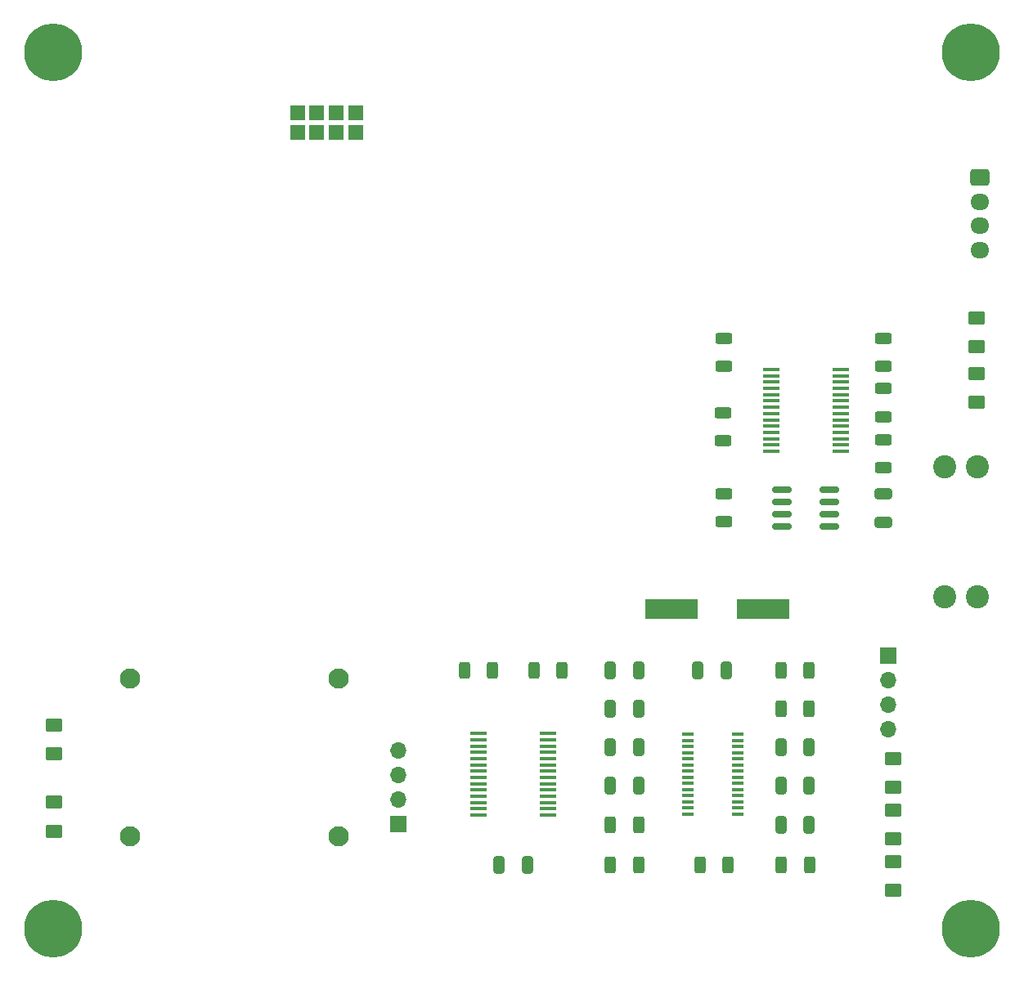
<source format=gbr>
%TF.GenerationSoftware,KiCad,Pcbnew,8.0.4-8.0.4-0~ubuntu22.04.1*%
%TF.CreationDate,2024-08-29T14:54:41-03:00*%
%TF.ProjectId,communication_board,636f6d6d-756e-4696-9361-74696f6e5f62,rev?*%
%TF.SameCoordinates,Original*%
%TF.FileFunction,Soldermask,Top*%
%TF.FilePolarity,Negative*%
%FSLAX46Y46*%
G04 Gerber Fmt 4.6, Leading zero omitted, Abs format (unit mm)*
G04 Created by KiCad (PCBNEW 8.0.4-8.0.4-0~ubuntu22.04.1) date 2024-08-29 14:54:41*
%MOMM*%
%LPD*%
G01*
G04 APERTURE LIST*
G04 Aperture macros list*
%AMRoundRect*
0 Rectangle with rounded corners*
0 $1 Rounding radius*
0 $2 $3 $4 $5 $6 $7 $8 $9 X,Y pos of 4 corners*
0 Add a 4 corners polygon primitive as box body*
4,1,4,$2,$3,$4,$5,$6,$7,$8,$9,$2,$3,0*
0 Add four circle primitives for the rounded corners*
1,1,$1+$1,$2,$3*
1,1,$1+$1,$4,$5*
1,1,$1+$1,$6,$7*
1,1,$1+$1,$8,$9*
0 Add four rect primitives between the rounded corners*
20,1,$1+$1,$2,$3,$4,$5,0*
20,1,$1+$1,$4,$5,$6,$7,0*
20,1,$1+$1,$6,$7,$8,$9,0*
20,1,$1+$1,$8,$9,$2,$3,0*%
G04 Aperture macros list end*
%ADD10RoundRect,0.250000X0.650000X-0.325000X0.650000X0.325000X-0.650000X0.325000X-0.650000X-0.325000X0*%
%ADD11R,1.200000X0.400000*%
%ADD12RoundRect,0.250000X-0.312500X-0.625000X0.312500X-0.625000X0.312500X0.625000X-0.312500X0.625000X0*%
%ADD13RoundRect,0.250000X0.325000X0.650000X-0.325000X0.650000X-0.325000X-0.650000X0.325000X-0.650000X0*%
%ADD14RoundRect,0.150000X-0.825000X-0.150000X0.825000X-0.150000X0.825000X0.150000X-0.825000X0.150000X0*%
%ADD15RoundRect,0.250000X0.312500X0.625000X-0.312500X0.625000X-0.312500X-0.625000X0.312500X-0.625000X0*%
%ADD16C,2.100000*%
%ADD17C,0.800000*%
%ADD18C,6.000000*%
%ADD19R,5.500000X2.000000*%
%ADD20RoundRect,0.250001X-0.624999X0.462499X-0.624999X-0.462499X0.624999X-0.462499X0.624999X0.462499X0*%
%ADD21R,1.700000X1.700000*%
%ADD22O,1.700000X1.700000*%
%ADD23R,1.524000X1.524000*%
%ADD24RoundRect,0.250001X0.624999X-0.462499X0.624999X0.462499X-0.624999X0.462499X-0.624999X-0.462499X0*%
%ADD25RoundRect,0.250000X-0.325000X-0.650000X0.325000X-0.650000X0.325000X0.650000X-0.325000X0.650000X0*%
%ADD26RoundRect,0.250000X-0.725000X0.600000X-0.725000X-0.600000X0.725000X-0.600000X0.725000X0.600000X0*%
%ADD27O,1.950000X1.700000*%
%ADD28RoundRect,0.250000X0.625000X-0.312500X0.625000X0.312500X-0.625000X0.312500X-0.625000X-0.312500X0*%
%ADD29C,2.400000*%
%ADD30R,1.750000X0.450000*%
%ADD31RoundRect,0.250000X-0.625000X0.312500X-0.625000X-0.312500X0.625000X-0.312500X0.625000X0.312500X0*%
G04 APERTURE END LIST*
D10*
%TO.C,C10*%
X189200000Y-77000000D03*
X189200000Y-74050000D03*
%TD*%
D11*
%TO.C,U1*%
X168975000Y-98985000D03*
X168975000Y-99620000D03*
X168975000Y-100255000D03*
X168975000Y-100890000D03*
X168975000Y-101525000D03*
X168975000Y-102160000D03*
X168975000Y-102795000D03*
X168975000Y-103430000D03*
X168975000Y-104065000D03*
X168975000Y-104700000D03*
X168975000Y-105335000D03*
X168975000Y-105970000D03*
X168975000Y-106605000D03*
X168975000Y-107240000D03*
X174175000Y-107240000D03*
X174175000Y-106605000D03*
X174175000Y-105970000D03*
X174175000Y-105335000D03*
X174175000Y-104700000D03*
X174175000Y-104065000D03*
X174175000Y-103430000D03*
X174175000Y-102795000D03*
X174175000Y-102160000D03*
X174175000Y-101525000D03*
X174175000Y-100890000D03*
X174175000Y-100255000D03*
X174175000Y-99620000D03*
X174175000Y-98985000D03*
%TD*%
D12*
%TO.C,R4*%
X160977500Y-112490000D03*
X163902500Y-112490000D03*
%TD*%
D13*
%TO.C,C1*%
X163912500Y-96312500D03*
X160962500Y-96312500D03*
%TD*%
D14*
%TO.C,U4*%
X178708000Y-73619000D03*
X178708000Y-74889000D03*
X178708000Y-76159000D03*
X178708000Y-77429000D03*
X183658000Y-77429000D03*
X183658000Y-76159000D03*
X183658000Y-74889000D03*
X183658000Y-73619000D03*
%TD*%
D15*
%TO.C,R1*%
X163900000Y-108312500D03*
X160975000Y-108312500D03*
%TD*%
D16*
%TO.C,*%
X132800000Y-109500000D03*
%TD*%
D12*
%TO.C,R5*%
X178612500Y-96312500D03*
X181537500Y-96312500D03*
%TD*%
D15*
%TO.C,R2*%
X173162500Y-112512500D03*
X170237500Y-112512500D03*
%TD*%
D16*
%TO.C,*%
X132800000Y-93200000D03*
%TD*%
D17*
%TO.C,REF\u002A\u002A*%
X196050000Y-28300000D03*
X196709010Y-26709010D03*
X196709010Y-29890990D03*
X198300000Y-26050000D03*
D18*
X198300000Y-28300000D03*
D17*
X198300000Y-30550000D03*
X199890990Y-26709010D03*
X199890990Y-29890990D03*
X200550000Y-28300000D03*
%TD*%
D19*
%TO.C,Y1*%
X167250000Y-86000000D03*
X176750000Y-86000000D03*
%TD*%
D13*
%TO.C,C3*%
X163912500Y-104312500D03*
X160962500Y-104312500D03*
%TD*%
D17*
%TO.C,REF\u002A\u002A*%
X196050000Y-119100000D03*
X196709010Y-117509010D03*
X196709010Y-120690990D03*
X198300000Y-116850000D03*
D18*
X198300000Y-119100000D03*
D17*
X198300000Y-121350000D03*
X199890990Y-117509010D03*
X199890990Y-120690990D03*
X200550000Y-119100000D03*
%TD*%
D20*
%TO.C,D7*%
X198860000Y-55862500D03*
X198860000Y-58837500D03*
%TD*%
D15*
%TO.C,R6*%
X181537500Y-92312500D03*
X178612500Y-92312500D03*
%TD*%
D21*
%TO.C,J2*%
X139000000Y-108300000D03*
D22*
X139000000Y-105760000D03*
X139000000Y-103220000D03*
X139000000Y-100680000D03*
%TD*%
D17*
%TO.C,REF\u002A\u002A*%
X101050000Y-119100000D03*
X101709010Y-117509010D03*
X101709010Y-120690990D03*
X103300000Y-116850000D03*
D18*
X103300000Y-119100000D03*
D17*
X103300000Y-121350000D03*
X104890990Y-117509010D03*
X104890990Y-120690990D03*
X105550000Y-119100000D03*
%TD*%
D21*
%TO.C,J1*%
X189738000Y-90805000D03*
D22*
X189738000Y-93345000D03*
X189738000Y-95885000D03*
X189738000Y-98425000D03*
%TD*%
D23*
%TO.C,REF\u002A\u002A*%
X128572000Y-34632000D03*
X130572000Y-34632000D03*
X132572000Y-34632000D03*
X134572000Y-34632000D03*
X128572000Y-36632000D03*
X130572000Y-36632000D03*
X132572000Y-36632000D03*
X134572000Y-36632000D03*
%TD*%
D24*
%TO.C,HUB1*%
X190246000Y-104484500D03*
X190246000Y-101509500D03*
%TD*%
D25*
%TO.C,C8*%
X178600000Y-100312500D03*
X181550000Y-100312500D03*
%TD*%
D12*
%TO.C,R9*%
X145837500Y-92312500D03*
X148762500Y-92312500D03*
%TD*%
D26*
%TO.C,J4*%
X199200000Y-41300000D03*
D27*
X199200000Y-43800000D03*
X199200000Y-46300000D03*
X199200000Y-48800000D03*
%TD*%
D15*
%TO.C,R3*%
X181562500Y-112512500D03*
X178637500Y-112512500D03*
%TD*%
D28*
%TO.C,R14*%
X172700000Y-60862500D03*
X172700000Y-57937500D03*
%TD*%
D17*
%TO.C,REF\u002A\u002A*%
X101050000Y-28300000D03*
X101709010Y-26709010D03*
X101709010Y-29890990D03*
X103300000Y-26050000D03*
D18*
X103300000Y-28300000D03*
D17*
X103300000Y-30550000D03*
X104890990Y-26709010D03*
X104890990Y-29890990D03*
X105550000Y-28300000D03*
%TD*%
D13*
%TO.C,C5*%
X163912500Y-92312500D03*
X160962500Y-92312500D03*
%TD*%
D28*
%TO.C,R13*%
X172600000Y-68562500D03*
X172600000Y-65637500D03*
%TD*%
D29*
%TO.C,J3*%
X195531000Y-84713000D03*
X195531000Y-71243000D03*
X198931000Y-84713000D03*
X198931000Y-71243000D03*
%TD*%
D24*
%TO.C,D4*%
X103400000Y-108987500D03*
X103400000Y-106012500D03*
%TD*%
D30*
%TO.C,U3*%
X177608000Y-61199000D03*
X177608000Y-61849000D03*
X177608000Y-62499000D03*
X177608000Y-63149000D03*
X177608000Y-63799000D03*
X177608000Y-64449000D03*
X177608000Y-65099000D03*
X177608000Y-65749000D03*
X177608000Y-66399000D03*
X177608000Y-67049000D03*
X177608000Y-67699000D03*
X177608000Y-68349000D03*
X177608000Y-68999000D03*
X177608000Y-69649000D03*
X184808000Y-69649000D03*
X184808000Y-68999000D03*
X184808000Y-68349000D03*
X184808000Y-67699000D03*
X184808000Y-67049000D03*
X184808000Y-66399000D03*
X184808000Y-65749000D03*
X184808000Y-65099000D03*
X184808000Y-64449000D03*
X184808000Y-63799000D03*
X184808000Y-63149000D03*
X184808000Y-62499000D03*
X184808000Y-61849000D03*
X184808000Y-61199000D03*
%TD*%
D24*
%TO.C,MTRS1*%
X190246000Y-109818500D03*
X190246000Y-106843500D03*
%TD*%
D13*
%TO.C,C2*%
X163912500Y-100312500D03*
X160962500Y-100312500D03*
%TD*%
D24*
%TO.C,D5*%
X103400000Y-100987500D03*
X103400000Y-98012500D03*
%TD*%
D25*
%TO.C,C9*%
X149425000Y-112512500D03*
X152375000Y-112512500D03*
%TD*%
D30*
%TO.C,U2*%
X147300000Y-98887500D03*
X147300000Y-99537500D03*
X147300000Y-100187500D03*
X147300000Y-100837500D03*
X147300000Y-101487500D03*
X147300000Y-102137500D03*
X147300000Y-102787500D03*
X147300000Y-103437500D03*
X147300000Y-104087500D03*
X147300000Y-104737500D03*
X147300000Y-105387500D03*
X147300000Y-106037500D03*
X147300000Y-106687500D03*
X147300000Y-107337500D03*
X154500000Y-107337500D03*
X154500000Y-106687500D03*
X154500000Y-106037500D03*
X154500000Y-105387500D03*
X154500000Y-104737500D03*
X154500000Y-104087500D03*
X154500000Y-103437500D03*
X154500000Y-102787500D03*
X154500000Y-102137500D03*
X154500000Y-101487500D03*
X154500000Y-100837500D03*
X154500000Y-100187500D03*
X154500000Y-99537500D03*
X154500000Y-98887500D03*
%TD*%
D15*
%TO.C,R8*%
X155962500Y-92312500D03*
X153037500Y-92312500D03*
%TD*%
D28*
%TO.C,R12*%
X172700000Y-76962500D03*
X172700000Y-74037500D03*
%TD*%
D24*
%TO.C,D6*%
X198860000Y-64607500D03*
X198860000Y-61632500D03*
%TD*%
D16*
%TO.C,*%
X111200000Y-109500000D03*
%TD*%
D13*
%TO.C,C6*%
X172975000Y-92312500D03*
X170025000Y-92312500D03*
%TD*%
D28*
%TO.C,R11*%
X189200000Y-66062500D03*
X189200000Y-63137500D03*
%TD*%
D25*
%TO.C,C4*%
X178600000Y-108312500D03*
X181550000Y-108312500D03*
%TD*%
D31*
%TO.C,R7*%
X189200000Y-68462500D03*
X189200000Y-71387500D03*
%TD*%
%TO.C,R10*%
X189200000Y-57937500D03*
X189200000Y-60862500D03*
%TD*%
D24*
%TO.C,IMU1*%
X190246000Y-115152500D03*
X190246000Y-112177500D03*
%TD*%
D16*
%TO.C,*%
X111200000Y-93200000D03*
%TD*%
D25*
%TO.C,C7*%
X178600000Y-104312500D03*
X181550000Y-104312500D03*
%TD*%
M02*

</source>
